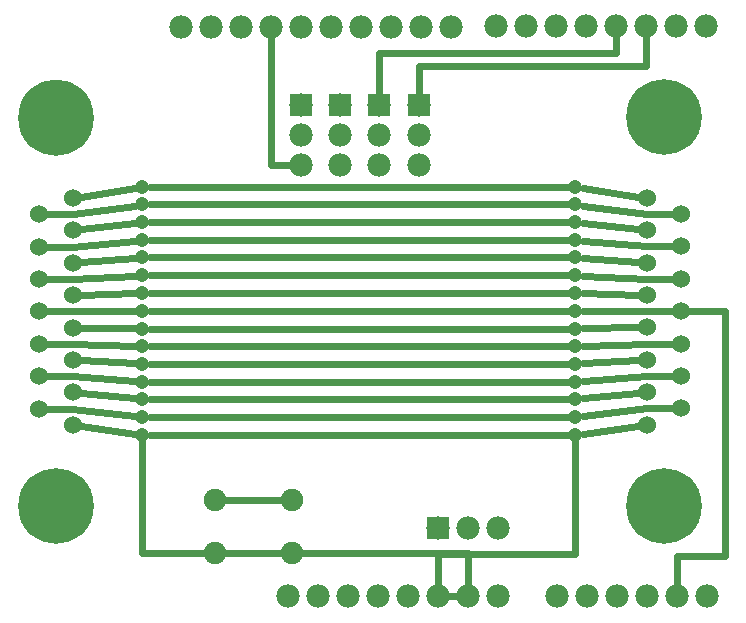
<source format=gbl>
G04 MADE WITH FRITZING*
G04 WWW.FRITZING.ORG*
G04 DOUBLE SIDED*
G04 HOLES PLATED*
G04 CONTOUR ON CENTER OF CONTOUR VECTOR*
%ASAXBY*%
%FSLAX23Y23*%
%MOIN*%
%OFA0B0*%
%SFA1.0B1.0*%
%ADD10C,0.078000*%
%ADD11C,0.075000*%
%ADD12C,0.060000*%
%ADD13C,0.250000*%
%ADD14C,0.047244*%
%ADD15C,0.251968*%
%ADD16R,0.078000X0.078000*%
%ADD17C,0.024000*%
%LNCOPPER0*%
G90*
G70*
G54D10*
X2009Y104D03*
X2109Y104D03*
X2209Y104D03*
X2309Y104D03*
X2409Y104D03*
X2509Y104D03*
X1808Y2004D03*
X1908Y2004D03*
X2008Y2004D03*
X2108Y2004D03*
X2208Y2004D03*
X2308Y2004D03*
X2408Y2004D03*
X2508Y2004D03*
X1113Y105D03*
X1213Y105D03*
X1313Y105D03*
X1413Y105D03*
X1513Y105D03*
X1613Y105D03*
X1713Y105D03*
X1813Y105D03*
X1613Y332D03*
X1713Y332D03*
X1813Y332D03*
X757Y2003D03*
X857Y2003D03*
X957Y2003D03*
X1057Y2003D03*
X1157Y2003D03*
X1257Y2003D03*
X1357Y2003D03*
X1457Y2003D03*
X1557Y2003D03*
X1657Y2003D03*
G54D11*
X1128Y248D03*
X872Y248D03*
X1128Y425D03*
X872Y425D03*
G54D10*
X1549Y1743D03*
X1549Y1643D03*
X1549Y1543D03*
X1417Y1742D03*
X1417Y1642D03*
X1417Y1542D03*
X1287Y1743D03*
X1287Y1643D03*
X1287Y1543D03*
X1156Y1743D03*
X1156Y1643D03*
X1156Y1543D03*
G54D12*
X2311Y1433D03*
X2311Y1325D03*
X2311Y1217D03*
X2311Y1109D03*
X2311Y1001D03*
X2311Y893D03*
X2311Y785D03*
X2311Y677D03*
X2423Y1379D03*
X2423Y1271D03*
X2423Y1163D03*
X2423Y1055D03*
X2423Y947D03*
X2423Y839D03*
X2423Y731D03*
G54D13*
X2367Y407D03*
X2367Y1703D03*
G54D14*
X628Y1470D03*
X628Y1411D03*
X628Y1352D03*
X628Y1293D03*
X628Y1234D03*
X628Y1175D03*
X628Y1115D03*
X628Y1056D03*
X628Y997D03*
X628Y938D03*
X628Y879D03*
X628Y820D03*
X628Y761D03*
X628Y702D03*
X628Y643D03*
X2072Y1470D03*
X2072Y1411D03*
X2072Y1352D03*
X2072Y1293D03*
X2072Y1234D03*
X2072Y1175D03*
X2072Y1115D03*
X2072Y1056D03*
X2072Y997D03*
X2072Y938D03*
X2072Y879D03*
X2072Y820D03*
X2072Y761D03*
X2072Y702D03*
X2072Y643D03*
G54D15*
X2367Y1703D03*
X2367Y406D03*
G54D12*
X396Y676D03*
X396Y784D03*
X396Y892D03*
X396Y1000D03*
X396Y1108D03*
X396Y1216D03*
X396Y1324D03*
X396Y1432D03*
X284Y730D03*
X284Y838D03*
X284Y946D03*
X284Y1054D03*
X284Y1162D03*
X284Y1270D03*
X284Y1378D03*
G54D13*
X340Y1702D03*
X340Y406D03*
G54D15*
X342Y1700D03*
X339Y406D03*
G54D16*
X1613Y332D03*
X1549Y1743D03*
X1417Y1742D03*
X1287Y1743D03*
X1156Y1743D03*
G54D17*
X901Y425D02*
X1099Y425D01*
D02*
X901Y248D02*
X1099Y248D01*
D02*
X2047Y1470D02*
X653Y1470D01*
D02*
X2047Y1411D02*
X653Y1411D01*
D02*
X2047Y1352D02*
X653Y1352D01*
D02*
X2047Y1293D02*
X653Y1293D01*
D02*
X2047Y1234D02*
X653Y1234D01*
D02*
X653Y1175D02*
X2047Y1175D01*
D02*
X2047Y1115D02*
X653Y1115D01*
D02*
X2047Y1056D02*
X653Y1056D01*
D02*
X2047Y997D02*
X653Y997D01*
D02*
X2047Y938D02*
X653Y938D01*
D02*
X2047Y879D02*
X653Y879D01*
D02*
X653Y820D02*
X2047Y820D01*
D02*
X2047Y761D02*
X653Y761D01*
D02*
X653Y702D02*
X2047Y702D01*
D02*
X653Y643D02*
X2047Y643D01*
D02*
X1643Y105D02*
X1682Y105D01*
D02*
X1057Y1973D02*
X1057Y1543D01*
D02*
X1057Y1543D02*
X1126Y1543D01*
D02*
X2208Y1917D02*
X1417Y1917D01*
D02*
X1417Y1917D02*
X1417Y1772D01*
D02*
X2208Y1974D02*
X2208Y1917D01*
D02*
X2308Y1873D02*
X1549Y1873D01*
D02*
X1549Y1873D02*
X1549Y1773D01*
D02*
X2308Y1974D02*
X2308Y1873D01*
D02*
X2571Y240D02*
X2571Y1055D01*
D02*
X2571Y1055D02*
X2451Y1055D01*
D02*
X2409Y134D02*
X2409Y240D01*
D02*
X2409Y240D02*
X2571Y240D01*
D02*
X2097Y1466D02*
X2282Y1437D01*
D02*
X2097Y1407D02*
X2311Y1379D01*
D02*
X2311Y1379D02*
X2394Y1379D01*
D02*
X2282Y1328D02*
X2097Y1349D01*
D02*
X2311Y1271D02*
X2097Y1290D01*
D02*
X2394Y1271D02*
X2311Y1271D01*
D02*
X2282Y1219D02*
X2097Y1232D01*
D02*
X2311Y1163D02*
X2097Y1173D01*
D02*
X2394Y1163D02*
X2311Y1163D01*
D02*
X2282Y1110D02*
X2097Y1115D01*
D02*
X2394Y1055D02*
X2097Y1056D01*
D02*
X2282Y1001D02*
X2097Y998D01*
D02*
X2311Y947D02*
X2097Y939D01*
D02*
X2394Y947D02*
X2311Y947D01*
D02*
X2282Y891D02*
X2097Y881D01*
D02*
X2311Y839D02*
X2097Y822D01*
D02*
X2394Y839D02*
X2311Y839D01*
D02*
X2282Y782D02*
X2097Y764D01*
D02*
X2311Y731D02*
X2097Y705D01*
D02*
X2394Y731D02*
X2311Y731D01*
D02*
X2282Y673D02*
X2097Y647D01*
D02*
X424Y1437D02*
X603Y1466D01*
D02*
X398Y1378D02*
X603Y1407D01*
D02*
X313Y1378D02*
X398Y1378D01*
D02*
X425Y1328D02*
X603Y1349D01*
D02*
X395Y1270D02*
X603Y1290D01*
D02*
X313Y1270D02*
X395Y1270D01*
D02*
X425Y1218D02*
X603Y1232D01*
D02*
X395Y1162D02*
X603Y1173D01*
D02*
X313Y1162D02*
X395Y1162D01*
D02*
X425Y1109D02*
X603Y1115D01*
D02*
X313Y1054D02*
X603Y1056D01*
D02*
X425Y1000D02*
X603Y998D01*
D02*
X395Y946D02*
X603Y939D01*
D02*
X313Y946D02*
X395Y946D01*
D02*
X425Y891D02*
X603Y881D01*
D02*
X395Y838D02*
X603Y822D01*
D02*
X313Y838D02*
X395Y838D01*
D02*
X425Y781D02*
X603Y764D01*
D02*
X395Y730D02*
X603Y705D01*
D02*
X313Y730D02*
X395Y730D01*
D02*
X425Y672D02*
X603Y647D01*
D02*
X1713Y248D02*
X1713Y135D01*
D02*
X1157Y248D02*
X1713Y248D01*
D02*
X1613Y247D02*
X1613Y135D01*
D02*
X2072Y247D02*
X1613Y247D01*
D02*
X2072Y618D02*
X2072Y247D01*
D02*
X628Y618D02*
X628Y248D01*
D02*
X628Y248D02*
X843Y248D01*
G04 End of Copper0*
M02*
</source>
